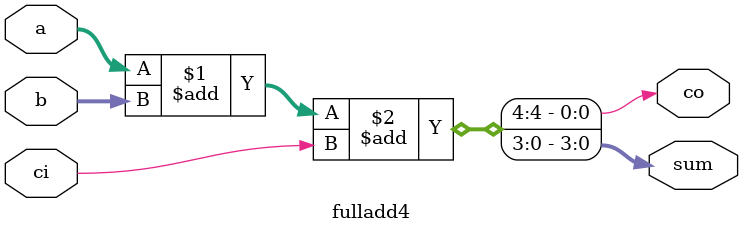
<source format=v>
module	fulladd4	(sum, co, a, b, ci);

	output	[3:0]sum;
	output	co;
	input	[3:0]a,b;
	input	ci;
	
	assign	{co,sum}	=a+b+ci;
endmodule

</source>
